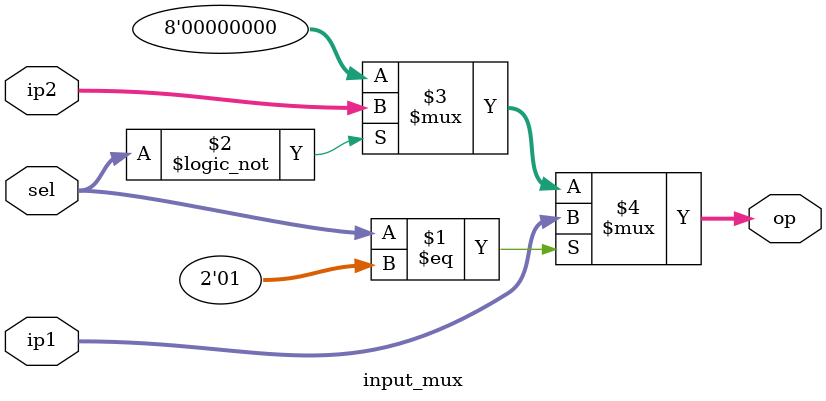
<source format=v>
`timescale 1ns / 1ps

module input_mux(
    input [7:0] ip1,
    input [7:0] ip2,
    input [1:0] sel,
    output [7:0] op
    );
    assign op = (sel == 2'b01)?ip1:(sel == 2'b00)?ip2:8'h0;
endmodule

</source>
